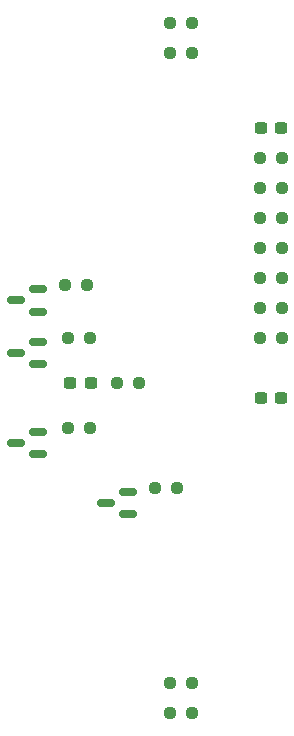
<source format=gbp>
G04 #@! TF.GenerationSoftware,KiCad,Pcbnew,7.0.9-7.0.9~ubuntu20.04.1*
G04 #@! TF.CreationDate,2023-12-20T18:48:10+01:00*
G04 #@! TF.ProjectId,kicad-pmod_7seg,6b696361-642d-4706-9d6f-645f37736567,1.0*
G04 #@! TF.SameCoordinates,Original*
G04 #@! TF.FileFunction,Paste,Bot*
G04 #@! TF.FilePolarity,Positive*
%FSLAX46Y46*%
G04 Gerber Fmt 4.6, Leading zero omitted, Abs format (unit mm)*
G04 Created by KiCad (PCBNEW 7.0.9-7.0.9~ubuntu20.04.1) date 2023-12-20 18:48:10*
%MOMM*%
%LPD*%
G01*
G04 APERTURE LIST*
G04 Aperture macros list*
%AMRoundRect*
0 Rectangle with rounded corners*
0 $1 Rounding radius*
0 $2 $3 $4 $5 $6 $7 $8 $9 X,Y pos of 4 corners*
0 Add a 4 corners polygon primitive as box body*
4,1,4,$2,$3,$4,$5,$6,$7,$8,$9,$2,$3,0*
0 Add four circle primitives for the rounded corners*
1,1,$1+$1,$2,$3*
1,1,$1+$1,$4,$5*
1,1,$1+$1,$6,$7*
1,1,$1+$1,$8,$9*
0 Add four rect primitives between the rounded corners*
20,1,$1+$1,$2,$3,$4,$5,0*
20,1,$1+$1,$4,$5,$6,$7,0*
20,1,$1+$1,$6,$7,$8,$9,0*
20,1,$1+$1,$8,$9,$2,$3,0*%
G04 Aperture macros list end*
%ADD10RoundRect,0.237500X0.250000X0.237500X-0.250000X0.237500X-0.250000X-0.237500X0.250000X-0.237500X0*%
%ADD11RoundRect,0.237500X-0.250000X-0.237500X0.250000X-0.237500X0.250000X0.237500X-0.250000X0.237500X0*%
%ADD12RoundRect,0.150000X0.587500X0.150000X-0.587500X0.150000X-0.587500X-0.150000X0.587500X-0.150000X0*%
%ADD13RoundRect,0.237500X0.300000X0.237500X-0.300000X0.237500X-0.300000X-0.237500X0.300000X-0.237500X0*%
%ADD14RoundRect,0.237500X-0.300000X-0.237500X0.300000X-0.237500X0.300000X0.237500X-0.300000X0.237500X0*%
G04 APERTURE END LIST*
D10*
X132992500Y-85725000D03*
X131167500Y-85725000D03*
D11*
X143232500Y-71755000D03*
X145057500Y-71755000D03*
X135612500Y-55245000D03*
X137437500Y-55245000D03*
X135612500Y-113665000D03*
X137437500Y-113665000D03*
X143232500Y-76835000D03*
X145057500Y-76835000D03*
D12*
X132050000Y-94935000D03*
X132050000Y-96835000D03*
X130175000Y-95885000D03*
D10*
X128825000Y-81915000D03*
X127000000Y-81915000D03*
D11*
X143232500Y-66675000D03*
X145057500Y-66675000D03*
D10*
X128825000Y-89535000D03*
X127000000Y-89535000D03*
D12*
X124430000Y-82235000D03*
X124430000Y-84135000D03*
X122555000Y-83185000D03*
D13*
X145007500Y-64135000D03*
X143282500Y-64135000D03*
D10*
X136167500Y-94615000D03*
X134342500Y-94615000D03*
D11*
X135612500Y-111125000D03*
X137437500Y-111125000D03*
D14*
X127180000Y-85725000D03*
X128905000Y-85725000D03*
D12*
X124430000Y-89855000D03*
X124430000Y-91755000D03*
X122555000Y-90805000D03*
D10*
X128547500Y-77470000D03*
X126722500Y-77470000D03*
D11*
X143232500Y-74295000D03*
X145057500Y-74295000D03*
X143232500Y-69215000D03*
X145057500Y-69215000D03*
X135612500Y-57785000D03*
X137437500Y-57785000D03*
X143232500Y-81915000D03*
X145057500Y-81915000D03*
D12*
X124430000Y-77790000D03*
X124430000Y-79690000D03*
X122555000Y-78740000D03*
D11*
X143232500Y-79375000D03*
X145057500Y-79375000D03*
D13*
X145007500Y-86995000D03*
X143282500Y-86995000D03*
M02*

</source>
